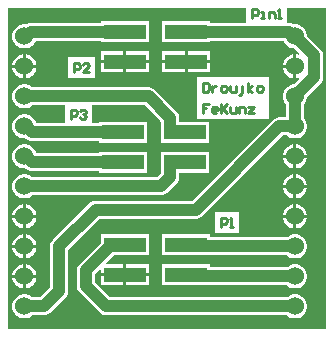
<source format=gtl>
G04*
G04 #@! TF.GenerationSoftware,Altium Limited,Altium Designer,21.3.2 (30)*
G04*
G04 Layer_Physical_Order=1*
G04 Layer_Color=255*
%FSLAX25Y25*%
%MOIN*%
G70*
G04*
G04 #@! TF.SameCoordinates,7BD383CF-8327-4B0E-94BA-ADA198AFF3E9*
G04*
G04*
G04 #@! TF.FilePolarity,Positive*
G04*
G01*
G75*
%ADD12C,0.01000*%
%ADD15R,0.13996X0.05000*%
%ADD16C,0.03937*%
%ADD17C,0.06000*%
G36*
X653000Y136000D02*
X547000D01*
Y243000D01*
X626500D01*
Y237994D01*
X614498D01*
Y238500D01*
X598502D01*
Y231500D01*
X614498D01*
Y232006D01*
X638917D01*
X638930Y231956D01*
X639457Y231044D01*
X640201Y230299D01*
X641114Y229773D01*
X642131Y229500D01*
X642423D01*
X644170Y227754D01*
X643911Y227305D01*
X643184Y227500D01*
X643157D01*
Y223500D01*
Y219500D01*
X643184D01*
X643911Y219695D01*
X644170Y219246D01*
X642423Y217500D01*
X642131D01*
X641114Y217227D01*
X640201Y216701D01*
X639457Y215956D01*
X638930Y215044D01*
X638658Y214027D01*
Y212973D01*
X638930Y211956D01*
X639457Y211044D01*
X639663Y210837D01*
Y206494D01*
X637500D01*
X636725Y206392D01*
X636302Y206217D01*
X636003Y206093D01*
X635383Y205617D01*
X608548Y178783D01*
X576289D01*
X575514Y178681D01*
X575091Y178505D01*
X574791Y178382D01*
X574171Y177906D01*
X561883Y165617D01*
X561407Y164997D01*
X561108Y164275D01*
X561006Y163500D01*
Y149740D01*
X557760Y146494D01*
X555163D01*
X554956Y146701D01*
X554044Y147227D01*
X553027Y147500D01*
X551973D01*
X550956Y147227D01*
X550044Y146701D01*
X549299Y145956D01*
X548773Y145044D01*
X548500Y144027D01*
Y142973D01*
X548773Y141956D01*
X549299Y141044D01*
X550044Y140299D01*
X550956Y139773D01*
X551973Y139500D01*
X553027D01*
X554044Y139773D01*
X554956Y140299D01*
X555163Y140506D01*
X559000D01*
X559775Y140608D01*
X560497Y140907D01*
X561117Y141383D01*
X566117Y146383D01*
X566593Y147003D01*
X566892Y147725D01*
X566994Y148500D01*
Y162260D01*
X577529Y172794D01*
X609789D01*
X610563Y172896D01*
X611285Y173196D01*
X611906Y173671D01*
X638740Y200506D01*
X639995D01*
X640201Y200299D01*
X641114Y199773D01*
X642131Y199500D01*
X643184D01*
X644201Y199773D01*
X645114Y200299D01*
X645858Y201044D01*
X646385Y201956D01*
X646658Y202973D01*
Y204027D01*
X646385Y205044D01*
X645858Y205956D01*
X645652Y206163D01*
Y210837D01*
X645858Y211044D01*
X646385Y211956D01*
X646658Y212973D01*
Y213266D01*
X651117Y217725D01*
X651593Y218345D01*
X651892Y219068D01*
X651994Y219843D01*
Y227157D01*
X651892Y227932D01*
X651593Y228655D01*
X651117Y229275D01*
X646658Y233734D01*
Y234027D01*
X646385Y235044D01*
X645858Y235956D01*
X645114Y236701D01*
X644201Y237227D01*
X643184Y237500D01*
X642217D01*
X642096Y237593D01*
X641374Y237892D01*
X640599Y237994D01*
X640000D01*
Y243000D01*
X653000D01*
Y136000D01*
D02*
G37*
%LPC*%
G36*
X593986Y238500D02*
X577990D01*
Y237994D01*
X554558D01*
X553783Y237892D01*
X553360Y237717D01*
X553061Y237593D01*
X552940Y237500D01*
X551973D01*
X550956Y237227D01*
X550044Y236701D01*
X549299Y235956D01*
X548773Y235044D01*
X548500Y234027D01*
Y232973D01*
X548773Y231956D01*
X549299Y231044D01*
X550044Y230299D01*
X550956Y229773D01*
X551973Y229500D01*
X553027D01*
X554044Y229773D01*
X554956Y230299D01*
X555701Y231044D01*
X556227Y231956D01*
X556241Y232006D01*
X577990D01*
Y231500D01*
X593986D01*
Y238500D01*
D02*
G37*
G36*
X614498Y228500D02*
X607000D01*
Y225500D01*
X614498D01*
Y228500D01*
D02*
G37*
G36*
X593986D02*
X586488D01*
Y225500D01*
X593986D01*
Y228500D01*
D02*
G37*
G36*
X585488D02*
X577990D01*
Y225500D01*
X585488D01*
Y228500D01*
D02*
G37*
G36*
X606000D02*
X598502D01*
Y225500D01*
X606000D01*
Y228500D01*
D02*
G37*
G36*
X642158Y227500D02*
X642131D01*
X641114Y227227D01*
X640201Y226701D01*
X639457Y225956D01*
X638930Y225044D01*
X638658Y224027D01*
Y224000D01*
X642158D01*
Y227500D01*
D02*
G37*
G36*
X553027D02*
X553000D01*
Y224000D01*
X556500D01*
Y224027D01*
X556227Y225044D01*
X555701Y225956D01*
X554956Y226701D01*
X554044Y227227D01*
X553027Y227500D01*
D02*
G37*
G36*
X552000D02*
X551973D01*
X550956Y227227D01*
X550044Y226701D01*
X549299Y225956D01*
X548773Y225044D01*
X548500Y224027D01*
Y224000D01*
X552000D01*
Y227500D01*
D02*
G37*
G36*
X614498Y224500D02*
X607000D01*
Y221500D01*
X614498D01*
Y224500D01*
D02*
G37*
G36*
X606000D02*
X598502D01*
Y221500D01*
X606000D01*
Y224500D01*
D02*
G37*
G36*
X593986D02*
X586488D01*
Y221500D01*
X593986D01*
Y224500D01*
D02*
G37*
G36*
X585488D02*
X577990D01*
Y221500D01*
X585488D01*
Y224500D01*
D02*
G37*
G36*
X642158Y223000D02*
X638658D01*
Y222973D01*
X638930Y221956D01*
X639457Y221044D01*
X640201Y220299D01*
X641114Y219773D01*
X642131Y219500D01*
X642158D01*
Y223000D01*
D02*
G37*
G36*
X575998Y226499D02*
X567000D01*
Y219500D01*
X575998D01*
Y226499D01*
D02*
G37*
G36*
X556500Y223000D02*
X553000D01*
Y219500D01*
X553027D01*
X554044Y219773D01*
X554956Y220299D01*
X555701Y221044D01*
X556227Y221956D01*
X556500Y222973D01*
Y223000D01*
D02*
G37*
G36*
X552000D02*
X548500D01*
Y222973D01*
X548773Y221956D01*
X549299Y221044D01*
X550044Y220299D01*
X550956Y219773D01*
X551973Y219500D01*
X552000D01*
Y223000D01*
D02*
G37*
G36*
X633993Y220097D02*
X610000D01*
Y206000D01*
X633993D01*
Y220097D01*
D02*
G37*
G36*
X553027Y217500D02*
X551973D01*
X550956Y217227D01*
X550044Y216701D01*
X549299Y215956D01*
X548773Y215044D01*
X548500Y214027D01*
Y212973D01*
X548773Y211956D01*
X549299Y211044D01*
X550044Y210299D01*
X550956Y209773D01*
X551973Y209500D01*
X553027D01*
X554044Y209773D01*
X554956Y210299D01*
X555163Y210506D01*
X566000D01*
Y204494D01*
X556375D01*
X556227Y205044D01*
X555701Y205956D01*
X554956Y206701D01*
X554044Y207227D01*
X553027Y207500D01*
X551973D01*
X550956Y207227D01*
X550044Y206701D01*
X549299Y205956D01*
X548773Y205044D01*
X548500Y204027D01*
Y202973D01*
X548773Y201956D01*
X549299Y201044D01*
X550044Y200299D01*
X550956Y199773D01*
X551973Y199500D01*
X552824D01*
X552941Y199383D01*
X553561Y198907D01*
X554283Y198608D01*
X555058Y198506D01*
X577502D01*
Y198000D01*
X593498D01*
Y205000D01*
X577502D01*
Y204494D01*
X574998D01*
Y210506D01*
X592772D01*
X597847Y205431D01*
X598014Y205000D01*
X598014Y205000D01*
X598014D01*
X598014Y205000D01*
Y198000D01*
X614010D01*
Y205000D01*
X604018D01*
Y206488D01*
X603916Y207263D01*
X603617Y207985D01*
X603141Y208605D01*
X596129Y215617D01*
X595509Y216093D01*
X594787Y216392D01*
X594012Y216494D01*
X555163D01*
X554956Y216701D01*
X554044Y217227D01*
X553027Y217500D01*
D02*
G37*
G36*
X643184Y197500D02*
X643157D01*
Y194000D01*
X646658D01*
Y194027D01*
X646385Y195044D01*
X645858Y195956D01*
X645114Y196701D01*
X644201Y197227D01*
X643184Y197500D01*
D02*
G37*
G36*
X642158D02*
X642131D01*
X641114Y197227D01*
X640201Y196701D01*
X639457Y195956D01*
X638930Y195044D01*
X638658Y194027D01*
Y194000D01*
X642158D01*
Y197500D01*
D02*
G37*
G36*
X646658Y193000D02*
X643157D01*
Y189500D01*
X643184D01*
X644201Y189773D01*
X645114Y190299D01*
X645858Y191044D01*
X646385Y191956D01*
X646658Y192973D01*
Y193000D01*
D02*
G37*
G36*
X642158D02*
X638658D01*
Y192973D01*
X638930Y191956D01*
X639457Y191044D01*
X640201Y190299D01*
X641114Y189773D01*
X642131Y189500D01*
X642158D01*
Y193000D01*
D02*
G37*
G36*
X614010Y195000D02*
X598014D01*
Y188000D01*
X598014Y188000D01*
X598014D01*
X598014Y188000D01*
X597847Y187569D01*
X596772Y186494D01*
X555163D01*
X554956Y186701D01*
X554044Y187227D01*
X553027Y187500D01*
X551973D01*
X550956Y187227D01*
X550044Y186701D01*
X549299Y185956D01*
X548773Y185044D01*
X548500Y184027D01*
Y182973D01*
X548773Y181956D01*
X549299Y181044D01*
X550044Y180299D01*
X550956Y179773D01*
X551973Y179500D01*
X553027D01*
X554044Y179773D01*
X554956Y180299D01*
X555163Y180506D01*
X598012D01*
X598787Y180608D01*
X599509Y180907D01*
X600129Y181383D01*
X603141Y184395D01*
X603617Y185015D01*
X603741Y185314D01*
X603916Y185737D01*
X604018Y186512D01*
Y188000D01*
X614010D01*
Y195000D01*
D02*
G37*
G36*
X553027Y197500D02*
X551973D01*
X550956Y197227D01*
X550044Y196701D01*
X549299Y195956D01*
X548773Y195044D01*
X548500Y194027D01*
Y192973D01*
X548773Y191956D01*
X549299Y191044D01*
X550044Y190299D01*
X550956Y189773D01*
X551973Y189500D01*
X552824D01*
X552941Y189383D01*
X553561Y188907D01*
X554283Y188608D01*
X555058Y188506D01*
X577502D01*
Y188000D01*
X593498D01*
Y195000D01*
X577502D01*
Y194494D01*
X556375D01*
X556227Y195044D01*
X555701Y195956D01*
X554956Y196701D01*
X554044Y197227D01*
X553027Y197500D01*
D02*
G37*
G36*
X643184Y187500D02*
X643157D01*
Y184000D01*
X646658D01*
Y184027D01*
X646385Y185044D01*
X645858Y185956D01*
X645114Y186701D01*
X644201Y187227D01*
X643184Y187500D01*
D02*
G37*
G36*
X642158D02*
X642131D01*
X641114Y187227D01*
X640201Y186701D01*
X639457Y185956D01*
X638930Y185044D01*
X638658Y184027D01*
Y184000D01*
X642158D01*
Y187500D01*
D02*
G37*
G36*
X646658Y183000D02*
X643157D01*
Y179500D01*
X643184D01*
X644201Y179773D01*
X645114Y180299D01*
X645858Y181044D01*
X646385Y181956D01*
X646658Y182973D01*
Y183000D01*
D02*
G37*
G36*
X642158D02*
X638658D01*
Y182973D01*
X638930Y181956D01*
X639457Y181044D01*
X640201Y180299D01*
X641114Y179773D01*
X642131Y179500D01*
X642158D01*
Y183000D01*
D02*
G37*
G36*
X643184Y177500D02*
X643157D01*
Y174000D01*
X646658D01*
Y174027D01*
X646385Y175044D01*
X645858Y175956D01*
X645114Y176701D01*
X644201Y177227D01*
X643184Y177500D01*
D02*
G37*
G36*
X642158D02*
X642131D01*
X641114Y177227D01*
X640201Y176701D01*
X639457Y175956D01*
X638930Y175044D01*
X638658Y174027D01*
Y174000D01*
X642158D01*
Y177500D01*
D02*
G37*
G36*
X553027D02*
X553000D01*
Y174000D01*
X556500D01*
Y174027D01*
X556227Y175044D01*
X555701Y175956D01*
X554956Y176701D01*
X554044Y177227D01*
X553027Y177500D01*
D02*
G37*
G36*
X552000D02*
X551973D01*
X550956Y177227D01*
X550044Y176701D01*
X549299Y175956D01*
X548773Y175044D01*
X548500Y174027D01*
Y174000D01*
X552000D01*
Y177500D01*
D02*
G37*
G36*
X646658Y173000D02*
X643157D01*
Y169500D01*
X643184D01*
X644201Y169773D01*
X645114Y170299D01*
X645858Y171044D01*
X646385Y171956D01*
X646658Y172973D01*
Y173000D01*
D02*
G37*
G36*
X642158D02*
X638658D01*
Y172973D01*
X638930Y171956D01*
X639457Y171044D01*
X640201Y170299D01*
X641114Y169773D01*
X642131Y169500D01*
X642158D01*
Y173000D01*
D02*
G37*
G36*
X556500D02*
X553000D01*
Y169500D01*
X553027D01*
X554044Y169773D01*
X554956Y170299D01*
X555701Y171044D01*
X556227Y171956D01*
X556500Y172973D01*
Y173000D01*
D02*
G37*
G36*
X552000D02*
X548500D01*
Y172973D01*
X548773Y171956D01*
X549299Y171044D01*
X550044Y170299D01*
X550956Y169773D01*
X551973Y169500D01*
X552000D01*
Y173000D01*
D02*
G37*
G36*
X623999Y174999D02*
X616000D01*
Y168000D01*
X623999D01*
Y174999D01*
D02*
G37*
G36*
X643184Y167500D02*
X642131D01*
X641114Y167227D01*
X640276Y166744D01*
X614510D01*
Y167500D01*
X598514D01*
Y160500D01*
X614510D01*
Y160756D01*
X639745D01*
X640201Y160299D01*
X641114Y159773D01*
X642131Y159500D01*
X643184D01*
X644201Y159773D01*
X645114Y160299D01*
X645858Y161044D01*
X646385Y161956D01*
X646658Y162973D01*
Y164027D01*
X646385Y165044D01*
X645858Y165956D01*
X645114Y166701D01*
X644201Y167227D01*
X643184Y167500D01*
D02*
G37*
G36*
X553027D02*
X553000D01*
Y164000D01*
X556500D01*
Y164027D01*
X556227Y165044D01*
X555701Y165956D01*
X554956Y166701D01*
X554044Y167227D01*
X553027Y167500D01*
D02*
G37*
G36*
X552000D02*
X551973D01*
X550956Y167227D01*
X550044Y166701D01*
X549299Y165956D01*
X548773Y165044D01*
X548500Y164027D01*
Y164000D01*
X552000D01*
Y167500D01*
D02*
G37*
G36*
X556500Y163000D02*
X553000D01*
Y159500D01*
X553027D01*
X554044Y159773D01*
X554956Y160299D01*
X555701Y161044D01*
X556227Y161956D01*
X556500Y162973D01*
Y163000D01*
D02*
G37*
G36*
X552000D02*
X548500D01*
Y162973D01*
X548773Y161956D01*
X549299Y161044D01*
X550044Y160299D01*
X550956Y159773D01*
X551973Y159500D01*
X552000D01*
Y163000D01*
D02*
G37*
G36*
X643184Y157500D02*
X642131D01*
X641114Y157227D01*
X640276Y156744D01*
X614510D01*
Y157500D01*
X598514D01*
Y150500D01*
X614510D01*
Y150756D01*
X639745D01*
X640201Y150299D01*
X641114Y149773D01*
X642131Y149500D01*
X643184D01*
X644201Y149773D01*
X645114Y150299D01*
X645858Y151044D01*
X646385Y151956D01*
X646658Y152973D01*
Y154027D01*
X646385Y155044D01*
X645858Y155956D01*
X645114Y156701D01*
X644201Y157227D01*
X643184Y157500D01*
D02*
G37*
G36*
X593998D02*
X586500D01*
Y154500D01*
X593998D01*
Y157500D01*
D02*
G37*
G36*
Y167500D02*
X578002D01*
Y164734D01*
X570883Y157615D01*
X570407Y156995D01*
X570108Y156273D01*
X570006Y155498D01*
Y150306D01*
X570108Y149531D01*
X570407Y148809D01*
X570883Y148189D01*
X577689Y141383D01*
X578309Y140907D01*
X578608Y140783D01*
X579031Y140608D01*
X579806Y140506D01*
X639995D01*
X640201Y140299D01*
X641114Y139773D01*
X642131Y139500D01*
X643184D01*
X644201Y139773D01*
X645114Y140299D01*
X645858Y141044D01*
X646385Y141956D01*
X646658Y142973D01*
Y144027D01*
X646385Y145044D01*
X645858Y145956D01*
X645114Y146701D01*
X644201Y147227D01*
X643184Y147500D01*
X642131D01*
X641114Y147227D01*
X640201Y146701D01*
X639995Y146494D01*
X581046D01*
X575994Y151547D01*
Y154258D01*
X577540Y155804D01*
X578002Y155612D01*
Y154500D01*
X585500D01*
Y157500D01*
X579890D01*
X579698Y157962D01*
X582236Y160500D01*
X593998D01*
Y167500D01*
D02*
G37*
G36*
X553027Y157500D02*
X553000D01*
Y154000D01*
X556500D01*
Y154027D01*
X556227Y155044D01*
X555701Y155956D01*
X554956Y156701D01*
X554044Y157227D01*
X553027Y157500D01*
D02*
G37*
G36*
X552000D02*
X551973D01*
X550956Y157227D01*
X550044Y156701D01*
X549299Y155956D01*
X548773Y155044D01*
X548500Y154027D01*
Y154000D01*
X552000D01*
Y157500D01*
D02*
G37*
G36*
X593998Y153500D02*
X586500D01*
Y150500D01*
X593998D01*
Y153500D01*
D02*
G37*
G36*
X585500D02*
X578002D01*
Y150500D01*
X585500D01*
Y153500D01*
D02*
G37*
G36*
X556500Y153000D02*
X553000D01*
Y149500D01*
X553027D01*
X554044Y149773D01*
X554956Y150299D01*
X555701Y151044D01*
X556227Y151956D01*
X556500Y152973D01*
Y153000D01*
D02*
G37*
G36*
X552000D02*
X548500D01*
Y152973D01*
X548773Y151956D01*
X549299Y151044D01*
X550044Y150299D01*
X550956Y149773D01*
X551973Y149500D01*
X552000D01*
Y153000D01*
D02*
G37*
%LPD*%
D12*
X612000Y217998D02*
Y214999D01*
X613499D01*
X613999Y215498D01*
Y217498D01*
X613499Y217998D01*
X612000D01*
X614999Y216998D02*
Y214999D01*
Y215998D01*
X615499Y216498D01*
X615999Y216998D01*
X616499D01*
X618498Y214999D02*
X619498D01*
X619997Y215498D01*
Y216498D01*
X619498Y216998D01*
X618498D01*
X617998Y216498D01*
Y215498D01*
X618498Y214999D01*
X620997Y216998D02*
Y215498D01*
X621497Y214999D01*
X622996D01*
Y216998D01*
X623996Y213999D02*
X624496D01*
X624996Y214499D01*
Y216998D01*
X626995Y214999D02*
Y217998D01*
Y215998D02*
X628495Y216998D01*
X626995Y215998D02*
X628495Y214999D01*
X630494D02*
X631494D01*
X631993Y215498D01*
Y216498D01*
X631494Y216998D01*
X630494D01*
X629994Y216498D01*
Y215498D01*
X630494Y214999D01*
X613999Y210999D02*
X612000D01*
Y209500D01*
X613000D01*
X612000D01*
Y208000D01*
X616499D02*
X615499D01*
X614999Y208500D01*
Y209500D01*
X615499Y209999D01*
X616499D01*
X616998Y209500D01*
Y209000D01*
X614999D01*
X617998Y210999D02*
Y208000D01*
Y209000D01*
X619997Y210999D01*
X618498Y209500D01*
X619997Y208000D01*
X620997Y209999D02*
Y208500D01*
X621497Y208000D01*
X622996D01*
Y209999D01*
X623996Y208000D02*
Y209999D01*
X625496D01*
X625995Y209500D01*
Y208000D01*
X626995Y209999D02*
X628995D01*
X626995Y208000D01*
X628995D01*
X628500Y239500D02*
Y242499D01*
X629999D01*
X630499Y241999D01*
Y241000D01*
X629999Y240500D01*
X628500D01*
X631499Y239500D02*
X632499D01*
X631999D01*
Y241499D01*
X631499D01*
X633998Y239500D02*
Y241499D01*
X635498D01*
X635998Y241000D01*
Y239500D01*
X636997D02*
X637997D01*
X637497D01*
Y242499D01*
X636997Y241999D01*
X618000Y170000D02*
Y172999D01*
X619499D01*
X619999Y172499D01*
Y171500D01*
X619499Y171000D01*
X618000D01*
X620999Y170000D02*
X621999D01*
X621499D01*
Y172999D01*
X620999Y172499D01*
X568000Y206000D02*
Y208999D01*
X569499D01*
X569999Y208499D01*
Y207500D01*
X569499Y207000D01*
X568000D01*
X570999Y208499D02*
X571499Y208999D01*
X572499D01*
X572998Y208499D01*
Y207999D01*
X572499Y207500D01*
X571999D01*
X572499D01*
X572998Y207000D01*
Y206500D01*
X572499Y206000D01*
X571499D01*
X570999Y206500D01*
X569000Y221500D02*
Y224499D01*
X570500D01*
X570999Y223999D01*
Y223000D01*
X570500Y222500D01*
X569000D01*
X573998Y221500D02*
X571999D01*
X573998Y223499D01*
Y223999D01*
X573498Y224499D01*
X572499D01*
X571999Y223999D01*
D15*
X586000Y154000D02*
D03*
X606512D02*
D03*
X586000Y164000D02*
D03*
X606512D02*
D03*
X585988Y225000D02*
D03*
X606500D02*
D03*
X585988Y235000D02*
D03*
X606500D02*
D03*
X585500Y191500D02*
D03*
X606012D02*
D03*
X585500Y201500D02*
D03*
X606012D02*
D03*
D16*
X576289Y175788D02*
X609789D01*
X637500Y203500D02*
X642658D01*
X609789Y175788D02*
X637500Y203500D01*
X552500Y143500D02*
X559000D01*
X564000Y148500D02*
Y163500D01*
X559000Y143500D02*
X564000Y148500D01*
Y163500D02*
X576289Y175788D01*
X601024Y202031D02*
Y206488D01*
X552500Y213500D02*
X594012D01*
X601555Y201500D02*
X606012D01*
X601024Y202031D02*
X601555Y201500D01*
X594012Y213500D02*
X601024Y206488D01*
X601555Y191500D02*
X606012D01*
X601024Y186512D02*
Y190969D01*
X552500Y183500D02*
X598012D01*
X601024Y190969D02*
X601555Y191500D01*
X598012Y183500D02*
X601024Y186512D01*
X642658Y213500D02*
X649000Y219843D01*
Y227157D01*
X642658Y233500D02*
X649000Y227157D01*
X642658Y203500D02*
Y214058D01*
X573000Y150306D02*
Y155498D01*
X579806Y143500D02*
X642658D01*
X573000Y150306D02*
X579806Y143500D01*
X573000Y155498D02*
X581502Y164000D01*
X586000D01*
X606762Y153750D02*
X642408D01*
X642658Y153500D01*
X606512Y154000D02*
X606762Y153750D01*
X606512Y164000D02*
X606762Y163750D01*
X642408D01*
X642658Y163500D01*
X552500Y193500D02*
X553058D01*
X555058Y191500D02*
X585500D01*
X553058Y193500D02*
X555058Y191500D01*
X552500Y203500D02*
X553058D01*
X555058Y201500D02*
X585500D01*
X553058Y203500D02*
X555058Y201500D01*
X606500Y235000D02*
X640599D01*
X553058Y233500D02*
X554558Y235000D01*
X552500Y233500D02*
X553058D01*
X554558Y235000D02*
X585988D01*
D17*
X552500Y143500D02*
D03*
Y153500D02*
D03*
Y163500D02*
D03*
Y173500D02*
D03*
Y183500D02*
D03*
Y193500D02*
D03*
Y203500D02*
D03*
Y213500D02*
D03*
Y223500D02*
D03*
Y233500D02*
D03*
X642658D02*
D03*
Y223500D02*
D03*
Y213500D02*
D03*
Y203500D02*
D03*
Y193500D02*
D03*
Y183500D02*
D03*
Y173500D02*
D03*
Y163500D02*
D03*
Y153500D02*
D03*
Y143500D02*
D03*
M02*

</source>
